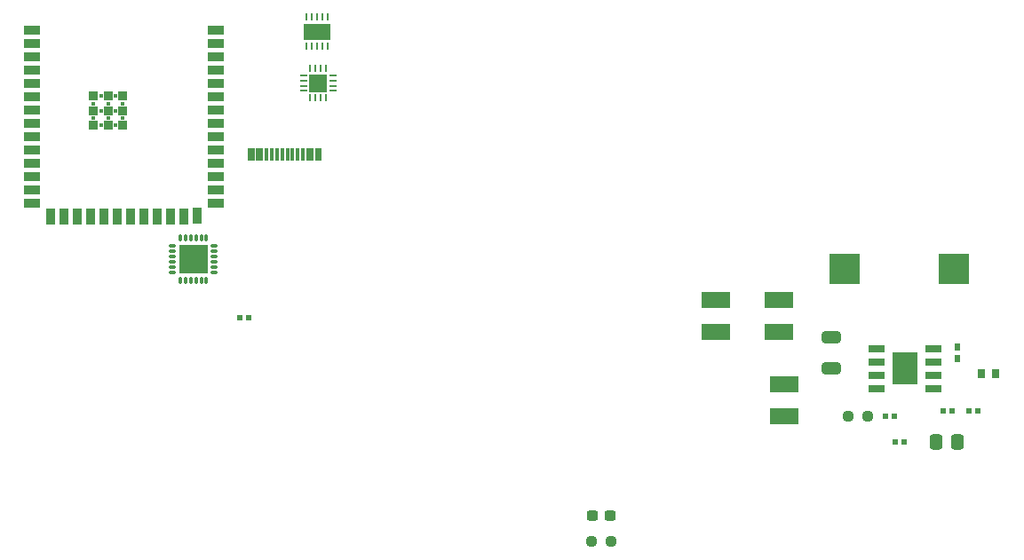
<source format=gbr>
%TF.GenerationSoftware,KiCad,Pcbnew,8.0.0*%
%TF.CreationDate,2024-03-08T03:35:26+01:00*%
%TF.ProjectId,pd65hotplate_esp32,70643635-686f-4747-906c-6174655f6573,rev?*%
%TF.SameCoordinates,Original*%
%TF.FileFunction,Paste,Top*%
%TF.FilePolarity,Positive*%
%FSLAX46Y46*%
G04 Gerber Fmt 4.6, Leading zero omitted, Abs format (unit mm)*
G04 Created by KiCad (PCBNEW 8.0.0) date 2024-03-08 03:35:26*
%MOMM*%
%LPD*%
G01*
G04 APERTURE LIST*
G04 Aperture macros list*
%AMRoundRect*
0 Rectangle with rounded corners*
0 $1 Rounding radius*
0 $2 $3 $4 $5 $6 $7 $8 $9 X,Y pos of 4 corners*
0 Add a 4 corners polygon primitive as box body*
4,1,4,$2,$3,$4,$5,$6,$7,$8,$9,$2,$3,0*
0 Add four circle primitives for the rounded corners*
1,1,$1+$1,$2,$3*
1,1,$1+$1,$4,$5*
1,1,$1+$1,$6,$7*
1,1,$1+$1,$8,$9*
0 Add four rect primitives between the rounded corners*
20,1,$1+$1,$2,$3,$4,$5,0*
20,1,$1+$1,$4,$5,$6,$7,0*
20,1,$1+$1,$6,$7,$8,$9,0*
20,1,$1+$1,$8,$9,$2,$3,0*%
G04 Aperture macros list end*
%ADD10RoundRect,0.237500X-0.250000X-0.237500X0.250000X-0.237500X0.250000X0.237500X-0.250000X0.237500X0*%
%ADD11R,0.570000X0.540000*%
%ADD12RoundRect,0.250000X-0.337500X-0.475000X0.337500X-0.475000X0.337500X0.475000X-0.337500X0.475000X0*%
%ADD13RoundRect,0.237500X-0.300000X-0.237500X0.300000X-0.237500X0.300000X0.237500X-0.300000X0.237500X0*%
%ADD14R,0.300000X1.150000*%
%ADD15R,0.280000X0.660000*%
%ADD16R,0.660000X0.280000*%
%ADD17R,1.750000X1.750000*%
%ADD18R,2.500000X1.500000*%
%ADD19O,0.280000X0.700000*%
%ADD20O,0.700000X0.280000*%
%ADD21R,2.800000X2.800000*%
%ADD22R,1.500000X0.900000*%
%ADD23R,0.900000X1.500000*%
%ADD24R,0.900000X0.900000*%
%ADD25C,0.400000*%
%ADD26R,3.000000X3.000000*%
%ADD27R,1.525000X0.650000*%
%ADD28R,2.400000X3.100000*%
%ADD29R,0.500000X0.600000*%
%ADD30R,2.700000X1.630000*%
%ADD31R,0.540000X0.790000*%
%ADD32R,0.800000X0.900000*%
%ADD33RoundRect,0.250000X0.650000X-0.325000X0.650000X0.325000X-0.650000X0.325000X-0.650000X-0.325000X0*%
G04 APERTURE END LIST*
D10*
%TO.C,Rent1*%
X105657500Y-76000000D03*
X107482500Y-76000000D03*
%TD*%
D11*
%TO.C,Renb1*%
X110000000Y-76000000D03*
X109140000Y-76000000D03*
%TD*%
D10*
%TO.C,R1*%
X81175000Y-88000000D03*
X83000000Y-88000000D03*
%TD*%
D12*
%TO.C,C7*%
X113962500Y-78500000D03*
X116037500Y-78500000D03*
%TD*%
D13*
%TO.C,C3*%
X81225000Y-85490000D03*
X82950000Y-85490000D03*
%TD*%
D14*
%TO.C,USB1*%
X55250000Y-51095000D03*
X54950000Y-51095000D03*
X54450000Y-51095000D03*
X54150000Y-51095000D03*
X53650000Y-51095000D03*
X53150000Y-51095000D03*
X52650000Y-51095000D03*
X52150000Y-51095000D03*
X51650000Y-51095000D03*
X51150000Y-51095000D03*
X50650000Y-51095000D03*
X50150000Y-51095000D03*
X49650000Y-51095000D03*
X49350000Y-51095000D03*
X48850000Y-51095000D03*
X48550000Y-51095000D03*
%TD*%
D15*
%TO.C,U6*%
X54340000Y-45660000D03*
X54840000Y-45660000D03*
X55340000Y-45660000D03*
X55840000Y-45660000D03*
D16*
X56500000Y-45000000D03*
X56500000Y-44500000D03*
X56500000Y-44000000D03*
X56500000Y-43500000D03*
D15*
X55840000Y-42840000D03*
X55340000Y-42840000D03*
X54840000Y-42840000D03*
X54340000Y-42840000D03*
D16*
X53680000Y-43500000D03*
X53680000Y-44000000D03*
X53680000Y-44500000D03*
X53680000Y-45000000D03*
D17*
X55090000Y-44250000D03*
%TD*%
D15*
%TO.C,U4*%
X53995000Y-40740000D03*
X54495000Y-40740000D03*
X54995000Y-40740000D03*
X55495000Y-40740000D03*
X55995000Y-40740000D03*
X55995000Y-37920000D03*
X55495000Y-37920000D03*
X54995000Y-37920000D03*
X54495000Y-37920000D03*
X53995000Y-37920000D03*
D18*
X54995000Y-39330000D03*
%TD*%
D19*
%TO.C,U3*%
X41940000Y-63050000D03*
X42440000Y-63050000D03*
X42940000Y-63050000D03*
X43440000Y-63050000D03*
X43940000Y-63050000D03*
X44440000Y-63050000D03*
D20*
X45190000Y-62300000D03*
X45190000Y-61800000D03*
X45190000Y-61300000D03*
X45190000Y-60800000D03*
X45190000Y-60300000D03*
X45190000Y-59800000D03*
D19*
X44440000Y-59050000D03*
X43940000Y-59050000D03*
X43440000Y-59050000D03*
X42940000Y-59050000D03*
X42440000Y-59050000D03*
X41940000Y-59050000D03*
D20*
X41190000Y-59800000D03*
X41190000Y-60300000D03*
X41190000Y-60800000D03*
X41190000Y-61300000D03*
X41190000Y-61800000D03*
X41190000Y-62300000D03*
D21*
X43200000Y-61050000D03*
%TD*%
D22*
%TO.C,U2*%
X27835000Y-39175000D03*
X27835000Y-40445000D03*
X27835000Y-41715000D03*
X27835000Y-42985000D03*
X27835000Y-44255000D03*
X27835000Y-45525000D03*
X27835000Y-46795000D03*
X27835000Y-48065000D03*
X27835000Y-49335000D03*
X27835000Y-50605000D03*
X27835000Y-51875000D03*
X27835000Y-53145000D03*
X27835000Y-54415000D03*
X27835000Y-55685000D03*
D23*
X29595000Y-56955000D03*
X30865000Y-56955000D03*
X32135000Y-56955000D03*
X33405000Y-56955000D03*
X34675000Y-56955000D03*
X35955000Y-56955000D03*
X37215000Y-56955000D03*
X38485000Y-56955000D03*
X39755000Y-56955000D03*
X41035000Y-56955000D03*
X42305000Y-56955000D03*
X43575000Y-56925000D03*
D22*
X45335000Y-55685000D03*
X45335000Y-54415000D03*
X45335000Y-53145000D03*
X45335000Y-51875000D03*
X45335000Y-50605000D03*
X45335000Y-49335000D03*
X45335000Y-48065000D03*
X45335000Y-46795000D03*
X45335000Y-45525000D03*
X45335000Y-44255000D03*
X45335000Y-42985000D03*
X45335000Y-41715000D03*
X45335000Y-40445000D03*
X45335000Y-39175000D03*
D24*
X35085000Y-46895000D03*
X33685000Y-46895000D03*
X36485000Y-46895000D03*
X36485000Y-45495000D03*
X35085000Y-45495000D03*
X33685000Y-45495000D03*
X33685000Y-48295000D03*
X35085000Y-48295000D03*
X36485000Y-48295000D03*
D25*
X35085000Y-46195000D03*
X35085000Y-47595000D03*
X36485000Y-47595000D03*
X36485000Y-46195000D03*
X35785000Y-45495000D03*
X35785000Y-46895000D03*
X35785000Y-48295000D03*
X33685000Y-47595000D03*
X33685000Y-46195000D03*
X34385000Y-45495000D03*
X34385000Y-46895000D03*
X34385000Y-48295000D03*
%TD*%
D11*
%TO.C,Rtbb1*%
X118000000Y-75500000D03*
X117140000Y-75500000D03*
%TD*%
%TO.C,Rtfb1*%
X115500000Y-75500000D03*
X114640000Y-75500000D03*
%TD*%
%TO.C,Rpg1*%
X110930000Y-78500000D03*
X110070000Y-78500000D03*
%TD*%
D26*
%TO.C,L2*%
X115710000Y-62000000D03*
X105290000Y-62000000D03*
%TD*%
D27*
%TO.C,IC1*%
X108288000Y-69595000D03*
X108288000Y-70865000D03*
X108288000Y-72135000D03*
X108288000Y-73405000D03*
X113712000Y-73405000D03*
X113712000Y-72135000D03*
X113712000Y-70865000D03*
X113712000Y-69595000D03*
D28*
X111000000Y-71500000D03*
%TD*%
D29*
%TO.C,D1*%
X47630000Y-66660000D03*
X48430000Y-66660000D03*
%TD*%
D30*
%TO.C,Cout2*%
X93000000Y-64980000D03*
X93000000Y-68020000D03*
%TD*%
%TO.C,Cout1*%
X99000000Y-64980000D03*
X99000000Y-68020000D03*
%TD*%
D31*
%TO.C,Cboot1*%
X116000000Y-69450000D03*
X116000000Y-70550000D03*
%TD*%
D32*
%TO.C,Cvcc1*%
X118280000Y-71990000D03*
X119680000Y-71990000D03*
%TD*%
D33*
%TO.C,Cinx1*%
X104000000Y-68525000D03*
X104000000Y-71475000D03*
%TD*%
D30*
%TO.C,Cin1*%
X99500000Y-76020000D03*
X99500000Y-72980000D03*
%TD*%
M02*

</source>
